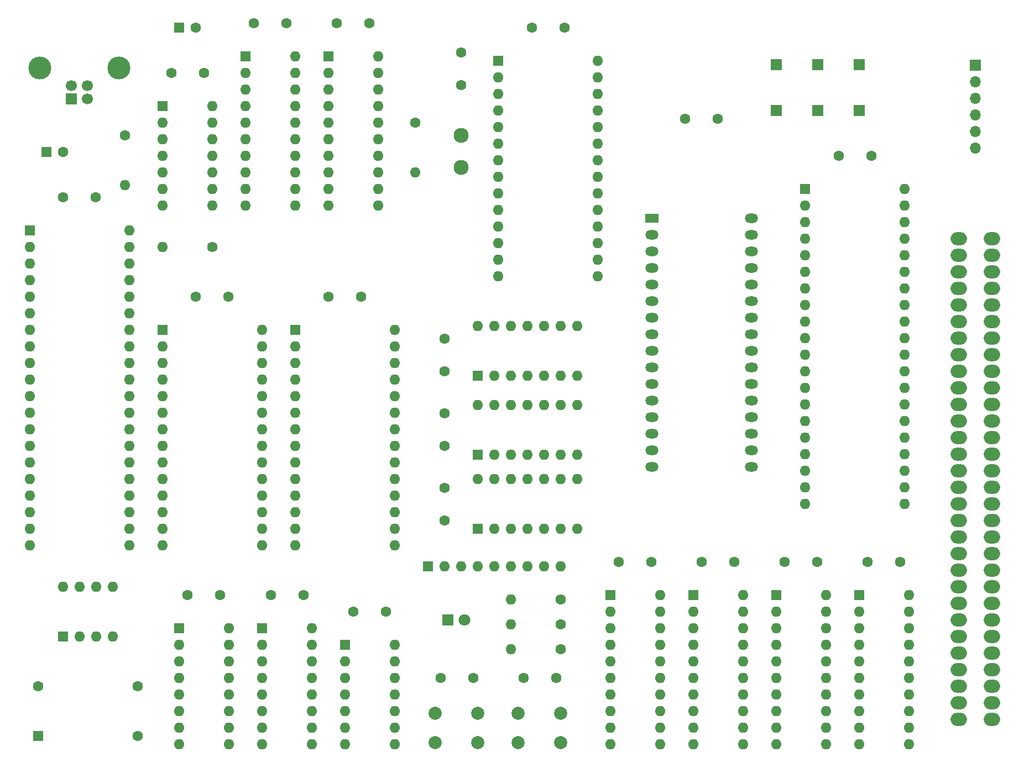
<source format=gbr>
%TF.GenerationSoftware,KiCad,Pcbnew,8.0.2*%
%TF.CreationDate,2025-01-09T14:11:15+01:00*%
%TF.ProjectId,bytecradle-6502-single-board,62797465-6372-4616-946c-652d36353032,rev?*%
%TF.SameCoordinates,Original*%
%TF.FileFunction,Soldermask,Top*%
%TF.FilePolarity,Negative*%
%FSLAX46Y46*%
G04 Gerber Fmt 4.6, Leading zero omitted, Abs format (unit mm)*
G04 Created by KiCad (PCBNEW 8.0.2) date 2025-01-09 14:11:15*
%MOMM*%
%LPD*%
G01*
G04 APERTURE LIST*
%ADD10R,1.700000X1.700000*%
%ADD11C,1.600000*%
%ADD12R,1.600000X1.600000*%
%ADD13O,1.600000X1.600000*%
%ADD14C,2.300000*%
%ADD15C,2.000000*%
%ADD16R,1.800000X1.800000*%
%ADD17C,1.800000*%
%ADD18R,2.000000X1.440000*%
%ADD19O,2.000000X1.440000*%
%ADD20O,1.700000X1.700000*%
%ADD21C,1.700000*%
%ADD22C,3.500000*%
%ADD23O,2.500000X2.000000*%
G04 APERTURE END LIST*
D10*
%TO.C,TP6*%
X152400000Y-57785000D03*
%TD*%
%TO.C,TP5*%
X146050000Y-57785000D03*
%TD*%
%TO.C,TP4*%
X139700000Y-57785000D03*
%TD*%
D11*
%TO.C,C24*%
X52070000Y-52070000D03*
X47070000Y-52070000D03*
%TD*%
D12*
%TO.C,U19*%
X45720000Y-57150000D03*
D13*
X45720000Y-59690000D03*
X45720000Y-62230000D03*
X45720000Y-64770000D03*
X45720000Y-67310000D03*
X45720000Y-69850000D03*
X45720000Y-72390000D03*
X53340000Y-72390000D03*
X53340000Y-69850000D03*
X53340000Y-67310000D03*
X53340000Y-64770000D03*
X53340000Y-62230000D03*
X53340000Y-59690000D03*
X53340000Y-57150000D03*
%TD*%
D10*
%TO.C,TP3*%
X152400000Y-50800000D03*
%TD*%
%TO.C,TP2*%
X146050000Y-50800000D03*
%TD*%
%TO.C,TP1*%
X139700000Y-50800000D03*
%TD*%
D11*
%TO.C,C23*%
X106005000Y-144780000D03*
X101005000Y-144780000D03*
%TD*%
%TO.C,C22*%
X88305000Y-144780000D03*
X93305000Y-144780000D03*
%TD*%
D12*
%TO.C,U11*%
X93980000Y-98425000D03*
D13*
X96520000Y-98425000D03*
X99060000Y-98425000D03*
X101600000Y-98425000D03*
X104140000Y-98425000D03*
X106680000Y-98425000D03*
X109220000Y-98425000D03*
X109220000Y-90805000D03*
X106680000Y-90805000D03*
X104140000Y-90805000D03*
X101600000Y-90805000D03*
X99060000Y-90805000D03*
X96520000Y-90805000D03*
X93980000Y-90805000D03*
%TD*%
D11*
%TO.C,C5*%
X125770000Y-59055000D03*
X130770000Y-59055000D03*
%TD*%
D14*
%TO.C,Y1*%
X91445000Y-61635000D03*
X91445000Y-66535000D03*
%TD*%
D11*
%TO.C,C7*%
X49570000Y-132080000D03*
X54570000Y-132080000D03*
%TD*%
%TO.C,C10*%
X62310000Y-132080000D03*
X67310000Y-132080000D03*
%TD*%
D13*
%TO.C,R5*%
X99060000Y-136525000D03*
D11*
X106680000Y-136525000D03*
%TD*%
%TO.C,C20*%
X88900000Y-104180000D03*
X88900000Y-109180000D03*
%TD*%
%TO.C,C16*%
X88900000Y-97750000D03*
X88900000Y-92750000D03*
%TD*%
%TO.C,C13*%
X141010000Y-127000000D03*
X146010000Y-127000000D03*
%TD*%
D13*
%TO.C,R6*%
X99060000Y-132715000D03*
D11*
X106680000Y-132715000D03*
%TD*%
%TO.C,C4*%
X71160000Y-86360000D03*
X76160000Y-86360000D03*
%TD*%
%TO.C,C8*%
X149265000Y-64770000D03*
X154265000Y-64770000D03*
%TD*%
%TO.C,C17*%
X74970000Y-134620000D03*
X79970000Y-134620000D03*
%TD*%
D12*
%TO.C,SW1*%
X30490000Y-138387500D03*
D13*
X33030000Y-138387500D03*
X35570000Y-138387500D03*
X38110000Y-138387500D03*
X38110000Y-130767500D03*
X35570000Y-130767500D03*
X33030000Y-130767500D03*
X30490000Y-130767500D03*
%TD*%
D15*
%TO.C,SW2*%
X87480000Y-150150000D03*
X93980000Y-150150000D03*
X87480000Y-154650000D03*
X93980000Y-154650000D03*
%TD*%
D11*
%TO.C,C6*%
X59730000Y-44450000D03*
X64730000Y-44450000D03*
%TD*%
%TO.C,C1*%
X91440000Y-53935000D03*
X91440000Y-48935000D03*
%TD*%
%TO.C,R7*%
X106680000Y-140335000D03*
D13*
X99060000Y-140335000D03*
%TD*%
D16*
%TO.C,D1*%
X89460000Y-135890000D03*
D17*
X92000000Y-135890000D03*
%TD*%
D12*
%TO.C,U10*%
X71120000Y-49530000D03*
D13*
X71120000Y-52070000D03*
X71120000Y-54610000D03*
X71120000Y-57150000D03*
X71120000Y-59690000D03*
X71120000Y-62230000D03*
X71120000Y-64770000D03*
X71120000Y-67310000D03*
X71120000Y-69850000D03*
X71120000Y-72390000D03*
X78740000Y-72390000D03*
X78740000Y-69850000D03*
X78740000Y-67310000D03*
X78740000Y-64770000D03*
X78740000Y-62230000D03*
X78740000Y-59690000D03*
X78740000Y-57150000D03*
X78740000Y-54610000D03*
X78740000Y-52070000D03*
X78740000Y-49530000D03*
%TD*%
%TO.C,R3*%
X84455000Y-67310000D03*
D11*
X84455000Y-59690000D03*
%TD*%
D12*
%TO.C,RN1*%
X86360000Y-127635000D03*
D13*
X88900000Y-127635000D03*
X91440000Y-127635000D03*
X93980000Y-127635000D03*
X96520000Y-127635000D03*
X99060000Y-127635000D03*
X101600000Y-127635000D03*
X104140000Y-127635000D03*
X106680000Y-127635000D03*
%TD*%
D15*
%TO.C,SW3*%
X100180000Y-150150000D03*
X106680000Y-150150000D03*
X100180000Y-154650000D03*
X106680000Y-154650000D03*
%TD*%
D11*
%TO.C,C14*%
X88900000Y-120610000D03*
X88900000Y-115610000D03*
%TD*%
%TO.C,X1*%
X26670000Y-146050000D03*
X41910000Y-146050000D03*
X41910000Y-153670000D03*
D12*
X26670000Y-153670000D03*
%TD*%
D11*
%TO.C,C21*%
X107275000Y-45075000D03*
X102275000Y-45075000D03*
%TD*%
%TO.C,C3*%
X50840000Y-86350000D03*
X55840000Y-86350000D03*
%TD*%
D13*
%TO.C,R4*%
X40005000Y-69215000D03*
D11*
X40005000Y-61595000D03*
%TD*%
%TO.C,C15*%
X72430000Y-44450000D03*
X77430000Y-44450000D03*
%TD*%
D12*
%TO.C,U12*%
X152440000Y-132080000D03*
D13*
X152440000Y-134620000D03*
X152440000Y-137160000D03*
X152440000Y-139700000D03*
X152440000Y-142240000D03*
X152440000Y-144780000D03*
X152440000Y-147320000D03*
X152440000Y-149860000D03*
X152440000Y-152400000D03*
X152440000Y-154940000D03*
X160060000Y-154940000D03*
X160060000Y-152400000D03*
X160060000Y-149860000D03*
X160060000Y-147320000D03*
X160060000Y-144780000D03*
X160060000Y-142240000D03*
X160060000Y-139700000D03*
X160060000Y-137160000D03*
X160060000Y-134620000D03*
X160060000Y-132080000D03*
%TD*%
%TO.C,R1*%
X45720000Y-78740000D03*
D11*
X53340000Y-78740000D03*
%TD*%
%TO.C,C9*%
X153710000Y-127000000D03*
X158710000Y-127000000D03*
%TD*%
%TO.C,C2*%
X30520000Y-71120000D03*
X35520000Y-71120000D03*
%TD*%
D12*
%TO.C,U18*%
X93980000Y-121920000D03*
D13*
X96520000Y-121920000D03*
X99060000Y-121920000D03*
X101600000Y-121920000D03*
X104140000Y-121920000D03*
X106680000Y-121920000D03*
X109220000Y-121920000D03*
X109220000Y-114300000D03*
X106680000Y-114300000D03*
X104140000Y-114300000D03*
X101600000Y-114300000D03*
X99060000Y-114300000D03*
X96520000Y-114300000D03*
X93980000Y-114300000D03*
%TD*%
D12*
%TO.C,U17*%
X139700000Y-132080000D03*
D13*
X139700000Y-134620000D03*
X139700000Y-137160000D03*
X139700000Y-139700000D03*
X139700000Y-142240000D03*
X139700000Y-144780000D03*
X139700000Y-147320000D03*
X139700000Y-149860000D03*
X139700000Y-152400000D03*
X139700000Y-154940000D03*
X147320000Y-154940000D03*
X147320000Y-152400000D03*
X147320000Y-149860000D03*
X147320000Y-147320000D03*
X147320000Y-144780000D03*
X147320000Y-142240000D03*
X147320000Y-139700000D03*
X147320000Y-137160000D03*
X147320000Y-134620000D03*
X147320000Y-132080000D03*
%TD*%
D12*
%TO.C,U16*%
X73660000Y-139700000D03*
D13*
X73660000Y-142240000D03*
X73660000Y-144780000D03*
X73660000Y-147320000D03*
X73660000Y-149860000D03*
X73660000Y-152400000D03*
X73660000Y-154940000D03*
X81280000Y-154940000D03*
X81280000Y-152400000D03*
X81280000Y-149860000D03*
X81280000Y-147320000D03*
X81280000Y-144780000D03*
X81280000Y-142240000D03*
X81280000Y-139700000D03*
%TD*%
D12*
%TO.C,U15*%
X60960000Y-137160000D03*
D13*
X60960000Y-139700000D03*
X60960000Y-142240000D03*
X60960000Y-144780000D03*
X60960000Y-147320000D03*
X60960000Y-149860000D03*
X60960000Y-152400000D03*
X60960000Y-154940000D03*
X68580000Y-154940000D03*
X68580000Y-152400000D03*
X68580000Y-149860000D03*
X68580000Y-147320000D03*
X68580000Y-144780000D03*
X68580000Y-142240000D03*
X68580000Y-139700000D03*
X68580000Y-137160000D03*
%TD*%
D12*
%TO.C,U14*%
X48260000Y-137160000D03*
D13*
X48260000Y-139700000D03*
X48260000Y-142240000D03*
X48260000Y-144780000D03*
X48260000Y-147320000D03*
X48260000Y-149860000D03*
X48260000Y-152400000D03*
X48260000Y-154940000D03*
X55880000Y-154940000D03*
X55880000Y-152400000D03*
X55880000Y-149860000D03*
X55880000Y-147320000D03*
X55880000Y-144780000D03*
X55880000Y-142240000D03*
X55880000Y-139700000D03*
X55880000Y-137160000D03*
%TD*%
D12*
%TO.C,U13*%
X144105000Y-69850000D03*
D13*
X144105000Y-72390000D03*
X144105000Y-74930000D03*
X144105000Y-77470000D03*
X144105000Y-80010000D03*
X144105000Y-82550000D03*
X144105000Y-85090000D03*
X144105000Y-87630000D03*
X144105000Y-90170000D03*
X144105000Y-92710000D03*
X144105000Y-95250000D03*
X144105000Y-97790000D03*
X144105000Y-100330000D03*
X144105000Y-102870000D03*
X144105000Y-105410000D03*
X144105000Y-107950000D03*
X144105000Y-110490000D03*
X144105000Y-113030000D03*
X144105000Y-115570000D03*
X144105000Y-118110000D03*
X159345000Y-118110000D03*
X159345000Y-115570000D03*
X159345000Y-113030000D03*
X159345000Y-110490000D03*
X159345000Y-107950000D03*
X159345000Y-105410000D03*
X159345000Y-102870000D03*
X159345000Y-100330000D03*
X159345000Y-97790000D03*
X159345000Y-95250000D03*
X159345000Y-92710000D03*
X159345000Y-90170000D03*
X159345000Y-87630000D03*
X159345000Y-85090000D03*
X159345000Y-82550000D03*
X159345000Y-80010000D03*
X159345000Y-77470000D03*
X159345000Y-74930000D03*
X159345000Y-72390000D03*
X159345000Y-69850000D03*
%TD*%
D12*
%TO.C,U9*%
X127000000Y-132080000D03*
D13*
X127000000Y-134620000D03*
X127000000Y-137160000D03*
X127000000Y-139700000D03*
X127000000Y-142240000D03*
X127000000Y-144780000D03*
X127000000Y-147320000D03*
X127000000Y-149860000D03*
X127000000Y-152400000D03*
X127000000Y-154940000D03*
X134620000Y-154940000D03*
X134620000Y-152400000D03*
X134620000Y-149860000D03*
X134620000Y-147320000D03*
X134620000Y-144780000D03*
X134620000Y-142240000D03*
X134620000Y-139700000D03*
X134620000Y-137160000D03*
X134620000Y-134620000D03*
X134620000Y-132080000D03*
%TD*%
D12*
%TO.C,U8*%
X66080000Y-91440000D03*
D13*
X66080000Y-93980000D03*
X66080000Y-96520000D03*
X66080000Y-99060000D03*
X66080000Y-101600000D03*
X66080000Y-104140000D03*
X66080000Y-106680000D03*
X66080000Y-109220000D03*
X66080000Y-111760000D03*
X66080000Y-114300000D03*
X66080000Y-116840000D03*
X66080000Y-119380000D03*
X66080000Y-121920000D03*
X66080000Y-124460000D03*
X81320000Y-124460000D03*
X81320000Y-121920000D03*
X81320000Y-119380000D03*
X81320000Y-116840000D03*
X81320000Y-114300000D03*
X81320000Y-111760000D03*
X81320000Y-109220000D03*
X81320000Y-106680000D03*
X81320000Y-104140000D03*
X81320000Y-101600000D03*
X81320000Y-99060000D03*
X81320000Y-96520000D03*
X81320000Y-93980000D03*
X81320000Y-91440000D03*
%TD*%
D12*
%TO.C,U7*%
X45760000Y-91430000D03*
D13*
X45760000Y-93970000D03*
X45760000Y-96510000D03*
X45760000Y-99050000D03*
X45760000Y-101590000D03*
X45760000Y-104130000D03*
X45760000Y-106670000D03*
X45760000Y-109210000D03*
X45760000Y-111750000D03*
X45760000Y-114290000D03*
X45760000Y-116830000D03*
X45760000Y-119370000D03*
X45760000Y-121910000D03*
X45760000Y-124450000D03*
X61000000Y-124450000D03*
X61000000Y-121910000D03*
X61000000Y-119370000D03*
X61000000Y-116830000D03*
X61000000Y-114290000D03*
X61000000Y-111750000D03*
X61000000Y-109210000D03*
X61000000Y-106670000D03*
X61000000Y-104130000D03*
X61000000Y-101590000D03*
X61000000Y-99050000D03*
X61000000Y-96510000D03*
X61000000Y-93970000D03*
X61000000Y-91430000D03*
%TD*%
D12*
%TO.C,U6*%
X93975000Y-110520000D03*
D13*
X96515000Y-110520000D03*
X99055000Y-110520000D03*
X101595000Y-110520000D03*
X104135000Y-110520000D03*
X106675000Y-110520000D03*
X109215000Y-110520000D03*
X109215000Y-102900000D03*
X106675000Y-102900000D03*
X104135000Y-102900000D03*
X101595000Y-102900000D03*
X99055000Y-102900000D03*
X96515000Y-102900000D03*
X93975000Y-102900000D03*
%TD*%
D12*
%TO.C,U5*%
X97155000Y-50165000D03*
D13*
X97155000Y-52705000D03*
X97155000Y-55245000D03*
X97155000Y-57785000D03*
X97155000Y-60325000D03*
X97155000Y-62865000D03*
X97155000Y-65405000D03*
X97155000Y-67945000D03*
X97155000Y-70485000D03*
X97155000Y-73025000D03*
X97155000Y-75565000D03*
X97155000Y-78105000D03*
X97155000Y-80645000D03*
X97155000Y-83185000D03*
X112395000Y-83185000D03*
X112395000Y-80645000D03*
X112395000Y-78105000D03*
X112395000Y-75565000D03*
X112395000Y-73025000D03*
X112395000Y-70485000D03*
X112395000Y-67945000D03*
X112395000Y-65405000D03*
X112395000Y-62865000D03*
X112395000Y-60325000D03*
X112395000Y-57785000D03*
X112395000Y-55245000D03*
X112395000Y-52705000D03*
X112395000Y-50165000D03*
%TD*%
D12*
%TO.C,U4*%
X58420000Y-49530000D03*
D13*
X58420000Y-52070000D03*
X58420000Y-54610000D03*
X58420000Y-57150000D03*
X58420000Y-59690000D03*
X58420000Y-62230000D03*
X58420000Y-64770000D03*
X58420000Y-67310000D03*
X58420000Y-69850000D03*
X58420000Y-72390000D03*
X66040000Y-72390000D03*
X66040000Y-69850000D03*
X66040000Y-67310000D03*
X66040000Y-64770000D03*
X66040000Y-62230000D03*
X66040000Y-59690000D03*
X66040000Y-57150000D03*
X66040000Y-54610000D03*
X66040000Y-52070000D03*
X66040000Y-49530000D03*
%TD*%
D12*
%TO.C,U3*%
X114300000Y-132080000D03*
D13*
X114300000Y-134620000D03*
X114300000Y-137160000D03*
X114300000Y-139700000D03*
X114300000Y-142240000D03*
X114300000Y-144780000D03*
X114300000Y-147320000D03*
X114300000Y-149860000D03*
X114300000Y-152400000D03*
X114300000Y-154940000D03*
X121920000Y-154940000D03*
X121920000Y-152400000D03*
X121920000Y-149860000D03*
X121920000Y-147320000D03*
X121920000Y-144780000D03*
X121920000Y-142240000D03*
X121920000Y-139700000D03*
X121920000Y-137160000D03*
X121920000Y-134620000D03*
X121920000Y-132080000D03*
%TD*%
D18*
%TO.C,U2*%
X120650000Y-74295000D03*
D19*
X120650000Y-76835000D03*
X120650000Y-79375000D03*
X120650000Y-81915000D03*
X120650000Y-84455000D03*
X120650000Y-86995000D03*
X120650000Y-89535000D03*
X120650000Y-92075000D03*
X120650000Y-94615000D03*
X120650000Y-97155000D03*
X120650000Y-99695000D03*
X120650000Y-102235000D03*
X120650000Y-104775000D03*
X120650000Y-107315000D03*
X120650000Y-109855000D03*
X120650000Y-112395000D03*
X135890000Y-112395000D03*
X135890000Y-109855000D03*
X135890000Y-107315000D03*
X135890000Y-104775000D03*
X135890000Y-102235000D03*
X135890000Y-99695000D03*
X135890000Y-97155000D03*
X135890000Y-94615000D03*
X135890000Y-92075000D03*
X135890000Y-89535000D03*
X135890000Y-86995000D03*
X135890000Y-84455000D03*
X135890000Y-81915000D03*
X135890000Y-79375000D03*
X135890000Y-76835000D03*
X135890000Y-74295000D03*
%TD*%
D12*
%TO.C,U1*%
X25400000Y-76200000D03*
D13*
X25400000Y-78740000D03*
X25400000Y-81280000D03*
X25400000Y-83820000D03*
X25400000Y-86360000D03*
X25400000Y-88900000D03*
X25400000Y-91440000D03*
X25400000Y-93980000D03*
X25400000Y-96520000D03*
X25400000Y-99060000D03*
X25400000Y-101600000D03*
X25400000Y-104140000D03*
X25400000Y-106680000D03*
X25400000Y-109220000D03*
X25400000Y-111760000D03*
X25400000Y-114300000D03*
X25400000Y-116840000D03*
X25400000Y-119380000D03*
X25400000Y-121920000D03*
X25400000Y-124460000D03*
X40640000Y-124460000D03*
X40640000Y-121920000D03*
X40640000Y-119380000D03*
X40640000Y-116840000D03*
X40640000Y-114300000D03*
X40640000Y-111760000D03*
X40640000Y-109220000D03*
X40640000Y-106680000D03*
X40640000Y-104140000D03*
X40640000Y-101600000D03*
X40640000Y-99060000D03*
X40640000Y-96520000D03*
X40640000Y-93980000D03*
X40640000Y-91440000D03*
X40640000Y-88900000D03*
X40640000Y-86360000D03*
X40640000Y-83820000D03*
X40640000Y-81280000D03*
X40640000Y-78740000D03*
X40640000Y-76200000D03*
%TD*%
D10*
%TO.C,J3*%
X170180000Y-50810000D03*
D20*
X170180000Y-53350000D03*
X170180000Y-55890000D03*
X170180000Y-58430000D03*
X170180000Y-60970000D03*
X170180000Y-63510000D03*
%TD*%
D10*
%TO.C,J2*%
X31770000Y-55975000D03*
D21*
X34270000Y-55975000D03*
X34270000Y-53975000D03*
X31770000Y-53975000D03*
D22*
X27000000Y-51265000D03*
X39040000Y-51265000D03*
%TD*%
D23*
%TO.C,J1*%
X167640000Y-77470000D03*
X167640000Y-80010000D03*
X167640000Y-82550000D03*
X167640000Y-85090000D03*
X167640000Y-87630000D03*
X167640000Y-90170000D03*
X167640000Y-92710000D03*
X167640000Y-95250000D03*
X167640000Y-97790000D03*
X167640000Y-100330000D03*
X167640000Y-102870000D03*
X167640000Y-105410000D03*
X167640000Y-107950000D03*
X167640000Y-110490000D03*
X167640000Y-113030000D03*
X167640000Y-115570000D03*
X167640000Y-118110000D03*
X167640000Y-120650000D03*
X167640000Y-123190000D03*
X167640000Y-125730000D03*
X167640000Y-128270000D03*
X167640000Y-130810000D03*
X167640000Y-133350000D03*
X167640000Y-135890000D03*
X167640000Y-138430000D03*
X167640000Y-140970000D03*
X167640000Y-143510000D03*
X167640000Y-146050000D03*
X167640000Y-148590000D03*
X167640000Y-151130000D03*
X172720000Y-151130000D03*
X172720000Y-148590000D03*
X172720000Y-146050000D03*
X172720000Y-143510000D03*
X172720000Y-140970000D03*
X172720000Y-138430000D03*
X172720000Y-135890000D03*
X172720000Y-133350000D03*
X172720000Y-130810000D03*
X172720000Y-128270000D03*
X172720000Y-125730000D03*
X172720000Y-123190000D03*
X172720000Y-120650000D03*
X172720000Y-118110000D03*
X172720000Y-115570000D03*
X172720000Y-113030000D03*
X172720000Y-110490000D03*
X172720000Y-107950000D03*
X172720000Y-105410000D03*
X172720000Y-102870000D03*
X172720000Y-100330000D03*
X172720000Y-97790000D03*
X172720000Y-95250000D03*
X172720000Y-92710000D03*
X172720000Y-90170000D03*
X172720000Y-87630000D03*
X172720000Y-85090000D03*
X172720000Y-82550000D03*
X172720000Y-80010000D03*
X172720000Y-77470000D03*
%TD*%
D12*
%TO.C,C19*%
X48300000Y-45085000D03*
D11*
X50800000Y-45085000D03*
%TD*%
D12*
%TO.C,C18*%
X27980000Y-64135000D03*
D11*
X30480000Y-64135000D03*
%TD*%
%TO.C,C12*%
X133310000Y-127000000D03*
X128310000Y-127000000D03*
%TD*%
%TO.C,C11*%
X120610000Y-127000000D03*
X115610000Y-127000000D03*
%TD*%
M02*

</source>
